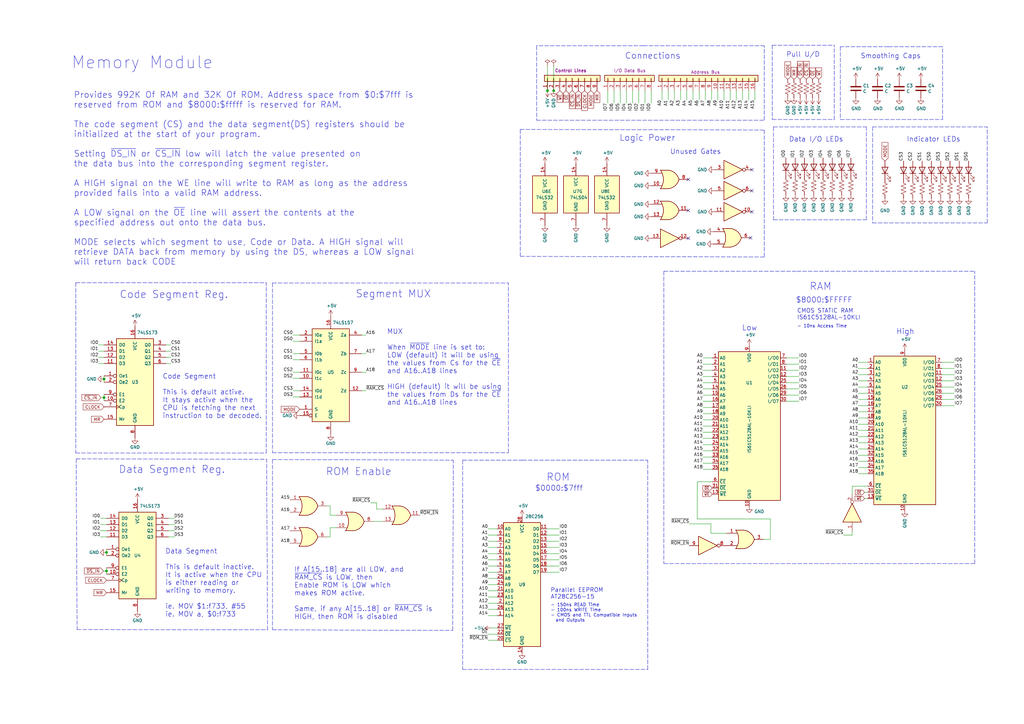
<source format=kicad_sch>
(kicad_sch (version 20211123) (generator eeschema)
  (paper "A3")
  (title_block (title "Memory Module") (date "2021-12-02") (rev "3"))
  (junction (at 224.536 37.211))
  (junction (at 43.688 234.188))
  (junction (at 42.672 163.068))
  (junction (at 42.672 155.448))
  (junction (at 43.688 226.568))
  (junction (at 227.076 37.211))
  (no_connect (at 308.356 69.596))
  (no_connect (at 282.2956 86.3092))
  (no_connect (at 282.2956 73.6092))
  (no_connect (at 308.356 86.868))
  (no_connect (at 308.356 78.232))
  (no_connect (at 282.2956 97.7392))
  (no_connect (at 307.848 97.536))
  (wire (pts (xy 42.672 155.448) (xy 42.672 156.718)))
  (wire (pts (xy 352.044 189.23) (xy 355.854 189.23)))
  (wire (pts (xy 386.334 166.37) (xy 391.414 166.37)))
  (wire (pts (xy 200.152 252.476) (xy 203.962 252.476)))
  (wire (pts (xy 40.386 149.098) (xy 42.672 149.098)))
  (polyline (pts (xy 208.534 185.674) (xy 208.534 116.078)))
  (polyline (pts (xy 263.906 18.796) (xy 313.436 18.796)))
  (wire (pts (xy 135.382 216.408) (xy 137.922 216.408)))
  (wire (pts (xy 352.044 179.07) (xy 355.854 179.07)))
  (wire (pts (xy 281.686 41.021) (xy 281.686 37.211)))
  (wire (pts (xy 120.142 160.274) (xy 122.936 160.274)))
  (polyline (pts (xy 364.363 19.177) (xy 386.588 19.177)))
  (polyline (pts (xy 31.115 185.801) (xy 109.22 185.801)))
  (wire (pts (xy 322.58 154.432) (xy 327.66 154.432)))
  (polyline (pts (xy 326.898 111.252) (xy 399.796 111.252)))
  (wire (pts (xy 200.152 247.396) (xy 203.962 247.396)))
  (wire (pts (xy 286.766 41.021) (xy 286.766 37.211)))
  (wire (pts (xy 200.152 216.916) (xy 203.962 216.916)))
  (wire (pts (xy 224.282 221.996) (xy 229.362 221.996)))
  (wire (pts (xy 151.892 206.248) (xy 154.432 206.248)))
  (wire (pts (xy 354.584 204.47) (xy 355.854 204.47)))
  (wire (pts (xy 304.546 41.021) (xy 304.546 37.211)))
  (wire (pts (xy 120.142 139.954) (xy 122.936 139.954)))
  (polyline (pts (xy 357.886 91.44) (xy 404.876 91.44)))
  (wire (pts (xy 288.29 146.812) (xy 292.1 146.812)))
  (polyline (pts (xy 220.091 18.796) (xy 220.091 49.276)))
  (wire (pts (xy 386.334 161.29) (xy 391.414 161.29)))
  (wire (pts (xy 284.226 41.021) (xy 284.226 37.211)))
  (wire (pts (xy 120.142 145.034) (xy 122.936 145.034)))
  (wire (pts (xy 148.336 152.654) (xy 150.114 152.654)))
  (polyline (pts (xy 317.246 52.07) (xy 355.346 52.07)))
  (wire (pts (xy 352.044 194.31) (xy 355.854 194.31)))
  (wire (pts (xy 288.29 149.352) (xy 292.1 149.352)))
  (wire (pts (xy 224.282 227.076) (xy 229.362 227.076)))
  (wire (pts (xy 154.432 208.788) (xy 156.972 208.788)))
  (polyline (pts (xy 213.36 53.086) (xy 313.436 53.34)))
  (wire (pts (xy 200.152 229.616) (xy 203.962 229.616)))
  (wire (pts (xy 309.626 41.021) (xy 309.626 37.211)))
  (wire (pts (xy 200.152 219.456) (xy 203.962 219.456)))
  (wire (pts (xy 288.29 192.532) (xy 292.1 192.532)))
  (wire (pts (xy 68.072 149.098) (xy 70.104 149.098)))
  (wire (pts (xy 386.334 158.75) (xy 391.414 158.75)))
  (wire (pts (xy 282.702 214.884) (xy 291.592 214.884)))
  (polyline (pts (xy 316.738 49.022) (xy 342.138 49.022)))
  (wire (pts (xy 352.044 161.29) (xy 355.854 161.29)))
  (polyline (pts (xy 111.76 188.468) (xy 111.76 258.318)))
  (wire (pts (xy 154.432 206.248) (xy 154.432 208.788)))
  (wire (pts (xy 134.112 220.218) (xy 135.382 220.218)))
  (polyline (pts (xy 317.246 52.07) (xy 317.246 90.17)))
  (wire (pts (xy 120.142 147.574) (xy 122.936 147.574)))
  (wire (pts (xy 345.948 219.456) (xy 349.504 219.456)))
  (polyline (pts (xy 404.876 91.44) (xy 404.876 52.07)))
  (polyline (pts (xy 109.22 185.801) (xy 109.22 115.951)))
  (wire (pts (xy 352.044 176.53) (xy 355.854 176.53)))
  (polyline (pts (xy 386.588 49.022) (xy 386.588 19.177)))
  (wire (pts (xy 200.152 221.996) (xy 203.962 221.996)))
  (wire (pts (xy 274.066 41.021) (xy 274.066 37.211)))
  (wire (pts (xy 276.606 41.021) (xy 276.606 37.211)))
  (wire (pts (xy 134.112 207.518) (xy 135.382 207.518)))
  (polyline (pts (xy 313.436 49.276) (xy 313.436 18.796)))
  (wire (pts (xy 200.152 232.156) (xy 203.962 232.156)))
  (wire (pts (xy 69.088 212.598) (xy 71.628 212.598)))
  (wire (pts (xy 322.58 146.812) (xy 327.66 146.812)))
  (wire (pts (xy 224.282 232.156) (xy 229.362 232.156)))
  (wire (pts (xy 200.152 234.696) (xy 203.962 234.696)))
  (wire (pts (xy 352.044 168.91) (xy 355.854 168.91)))
  (polyline (pts (xy 399.796 231.14) (xy 399.796 111.252)))
  (wire (pts (xy 288.29 156.972) (xy 292.1 156.972)))
  (polyline (pts (xy 316.738 18.542) (xy 342.138 18.542)))
  (wire (pts (xy 264.541 37.211) (xy 264.541 42.291)))
  (polyline (pts (xy 185.674 258.572) (xy 185.928 188.722)))
  (wire (pts (xy 200.152 242.316) (xy 203.962 242.316)))
  (wire (pts (xy 352.044 186.69) (xy 355.854 186.69)))
  (wire (pts (xy 156.972 213.868) (xy 153.162 213.868)))
  (wire (pts (xy 322.58 164.592) (xy 327.66 164.592)))
  (polyline (pts (xy 109.728 258.318) (xy 109.347 188.341)))
  (wire (pts (xy 352.044 184.15) (xy 355.854 184.15)))
  (polyline (pts (xy 31.115 115.951) (xy 109.22 115.951)))
  (wire (pts (xy 291.592 214.884) (xy 291.592 218.694)))
  (polyline (pts (xy 272.288 111.252) (xy 326.644 111.252)))
  (wire (pts (xy 42.672 161.798) (xy 42.672 163.068)))
  (wire (pts (xy 352.044 151.13) (xy 355.854 151.13)))
  (wire (pts (xy 43.688 234.188) (xy 43.688 235.458)))
  (wire (pts (xy 288.29 189.992) (xy 292.1 189.992)))
  (wire (pts (xy 41.148 212.598) (xy 43.688 212.598)))
  (wire (pts (xy 69.088 215.138) (xy 71.628 215.138)))
  (wire (pts (xy 68.072 146.558) (xy 70.104 146.558)))
  (polyline (pts (xy 31.115 115.951) (xy 31.115 185.801)))
  (wire (pts (xy 349.504 199.39) (xy 355.854 199.39)))
  (wire (pts (xy 322.58 149.352) (xy 327.66 149.352)))
  (polyline (pts (xy 214.376 188.722) (xy 265.684 188.722)))
  (wire (pts (xy 352.044 171.45) (xy 355.854 171.45)))
  (wire (pts (xy 313.182 221.234) (xy 315.976 221.234)))
  (wire (pts (xy 41.148 217.678) (xy 43.688 217.678)))
  (polyline (pts (xy 313.436 105.41) (xy 213.36 105.156)))
  (wire (pts (xy 286.004 212.852) (xy 315.976 212.852)))
  (wire (pts (xy 200.152 224.536) (xy 203.962 224.536)))
  (wire (pts (xy 349.504 202.692) (xy 349.504 199.39)))
  (wire (pts (xy 200.152 244.856) (xy 203.962 244.856)))
  (wire (pts (xy 256.921 37.211) (xy 256.921 42.291)))
  (wire (pts (xy 322.58 151.892) (xy 327.66 151.892)))
  (wire (pts (xy 148.336 137.414) (xy 150.114 137.414)))
  (polyline (pts (xy 220.091 49.276) (xy 313.436 49.276)))
  (wire (pts (xy 224.282 224.536) (xy 229.362 224.536)))
  (wire (pts (xy 43.688 226.568) (xy 43.688 227.838)))
  (wire (pts (xy 41.148 215.138) (xy 43.688 215.138)))
  (polyline (pts (xy 344.678 49.022) (xy 386.588 49.022)))
  (wire (pts (xy 352.044 166.37) (xy 355.854 166.37)))
  (wire (pts (xy 249.301 37.211) (xy 249.301 42.291)))
  (wire (pts (xy 352.044 181.61) (xy 355.854 181.61)))
  (polyline (pts (xy 342.138 49.022) (xy 342.138 18.542)))
  (wire (pts (xy 292.1 197.612) (xy 286.004 197.612)))
  (wire (pts (xy 135.382 207.518) (xy 135.382 211.328)))
  (wire (pts (xy 288.29 154.432) (xy 292.1 154.432)))
  (wire (pts (xy 254.381 37.211) (xy 254.381 42.291)))
  (wire (pts (xy 352.044 156.21) (xy 355.854 156.21)))
  (polyline (pts (xy 357.886 52.07) (xy 404.876 52.07)))
  (wire (pts (xy 386.334 153.67) (xy 391.414 153.67)))
  (wire (pts (xy 386.334 156.21) (xy 391.414 156.21)))
  (wire (pts (xy 288.29 164.592) (xy 292.1 164.592)))
  (wire (pts (xy 288.29 167.132) (xy 292.1 167.132)))
  (wire (pts (xy 307.086 41.021) (xy 307.086 37.211)))
  (polyline (pts (xy 31.242 188.214) (xy 31.623 258.191)))
  (wire (pts (xy 288.29 162.052) (xy 292.1 162.052)))
  (wire (pts (xy 386.334 163.83) (xy 391.414 163.83)))
  (wire (pts (xy 296.926 41.021) (xy 296.926 37.211)))
  (wire (pts (xy 200.152 262.636) (xy 203.962 262.636)))
  (wire (pts (xy 224.282 234.696) (xy 229.362 234.696)))
  (wire (pts (xy 354.584 201.93) (xy 355.854 201.93)))
  (polyline (pts (xy 263.906 18.796) (xy 220.091 18.796)))
  (polyline (pts (xy 213.36 105.156) (xy 213.36 53.086)))
  (wire (pts (xy 294.386 41.021) (xy 294.386 37.211)))
  (wire (pts (xy 251.841 37.211) (xy 251.841 42.291)))
  (polyline (pts (xy 317.246 90.17) (xy 355.346 90.17)))
  (wire (pts (xy 200.152 227.076) (xy 203.962 227.076)))
  (wire (pts (xy 271.526 41.021) (xy 271.526 37.211)))
  (polyline (pts (xy 111.76 116.078) (xy 111.76 185.674)))
  (wire (pts (xy 291.846 41.021) (xy 291.846 37.211)))
  (polyline (pts (xy 111.76 116.078) (xy 208.534 116.078)))
  (wire (pts (xy 40.386 141.478) (xy 42.672 141.478)))
  (polyline (pts (xy 189.738 274.574) (xy 265.684 274.574)))
  (wire (pts (xy 40.386 144.018) (xy 42.672 144.018)))
  (wire (pts (xy 42.672 154.178) (xy 42.672 155.448)))
  (wire (pts (xy 288.29 169.672) (xy 292.1 169.672)))
  (wire (pts (xy 291.592 218.694) (xy 297.942 218.694)))
  (wire (pts (xy 352.044 191.77) (xy 355.854 191.77)))
  (polyline (pts (xy 313.436 53.34) (xy 313.436 105.41)))
  (polyline (pts (xy 31.623 258.191) (xy 109.728 258.318)))
  (wire (pts (xy 259.461 37.211) (xy 259.461 42.291)))
  (wire (pts (xy 201.422 257.556) (xy 203.962 257.556)))
  (wire (pts (xy 349.504 219.456) (xy 349.504 217.932)))
  (wire (pts (xy 148.336 160.274) (xy 150.114 160.274)))
  (wire (pts (xy 43.688 232.918) (xy 43.688 234.188)))
  (wire (pts (xy 288.29 179.832) (xy 292.1 179.832)))
  (wire (pts (xy 69.088 217.678) (xy 71.628 217.678)))
  (polyline (pts (xy 214.376 188.722) (xy 189.738 188.722)))
  (wire (pts (xy 68.072 141.478) (xy 70.104 141.478)))
  (wire (pts (xy 352.044 173.99) (xy 355.854 173.99)))
  (polyline (pts (xy 111.76 185.674) (xy 208.534 185.674)))
  (wire (pts (xy 224.282 219.456) (xy 229.362 219.456)))
  (wire (pts (xy 386.334 148.59) (xy 391.414 148.59)))
  (wire (pts (xy 42.418 234.188) (xy 43.688 234.188)))
  (wire (pts (xy 200.152 260.096) (xy 203.962 260.096)))
  (wire (pts (xy 41.148 220.218) (xy 43.688 220.218)))
  (wire (pts (xy 352.044 153.67) (xy 355.854 153.67)))
  (wire (pts (xy 352.044 148.59) (xy 355.854 148.59)))
  (wire (pts (xy 224.536 27.051) (xy 224.536 37.211)))
  (wire (pts (xy 200.152 249.936) (xy 203.962 249.936)))
  (polyline (pts (xy 316.738 18.542) (xy 316.738 49.022)))
  (wire (pts (xy 288.29 182.372) (xy 292.1 182.372)))
  (polyline (pts (xy 265.684 274.574) (xy 265.684 188.722)))
  (wire (pts (xy 148.336 145.034) (xy 150.114 145.034)))
  (polyline (pts (xy 111.76 188.468) (xy 185.928 188.722)))
  (wire (pts (xy 200.152 239.776) (xy 203.962 239.776)))
  (polyline (pts (xy 31.242 188.214) (xy 109.347 188.341)))
  (wire (pts (xy 262.001 37.211) (xy 262.001 42.291)))
  (wire (pts (xy 289.306 41.021) (xy 289.306 37.211)))
  (wire (pts (xy 120.142 152.654) (xy 122.936 152.654)))
  (wire (pts (xy 288.29 187.452) (xy 292.1 187.452)))
  (wire (pts (xy 135.382 220.218) (xy 135.382 216.408)))
  (wire (pts (xy 322.58 159.512) (xy 327.66 159.512)))
  (wire (pts (xy 352.044 158.75) (xy 355.854 158.75)))
  (wire (pts (xy 43.688 225.298) (xy 43.688 226.568)))
  (wire (pts (xy 288.29 177.292) (xy 292.1 177.292)))
  (polyline (pts (xy 355.346 90.17) (xy 355.346 52.07)))
  (wire (pts (xy 352.044 163.83) (xy 355.854 163.83)))
  (wire (pts (xy 42.672 163.068) (xy 42.672 164.338)))
  (wire (pts (xy 40.386 146.558) (xy 42.672 146.558)))
  (wire (pts (xy 322.58 162.052) (xy 327.66 162.052)))
  (wire (pts (xy 120.142 137.414) (xy 122.936 137.414)))
  (wire (pts (xy 227.076 27.051) (xy 227.076 37.211)))
  (wire (pts (xy 322.58 156.972) (xy 327.66 156.972)))
  (wire (pts (xy 288.29 172.212) (xy 292.1 172.212)))
  (wire (pts (xy 68.072 144.018) (xy 70.104 144.018)))
  (wire (pts (xy 120.142 155.194) (xy 122.936 155.194)))
  (wire (pts (xy 200.152 237.236) (xy 203.962 237.236)))
  (wire (pts (xy 299.466 41.021) (xy 299.466 37.211)))
  (wire (pts (xy 120.142 162.814) (xy 122.936 162.814)))
  (wire (pts (xy 302.006 41.021) (xy 302.006 37.211)))
  (wire (pts (xy 288.29 151.892) (xy 292.1 151.892)))
  (wire (pts (xy 41.402 163.068) (xy 42.672 163.068)))
  (wire (pts (xy 286.004 197.612) (xy 286.004 212.852)))
  (wire (pts (xy 279.146 41.021) (xy 279.146 37.211)))
  (wire (pts (xy 386.334 151.13) (xy 391.414 151.13)))
  (polyline (pts (xy 111.76 258.318) (xy 185.674 258.572)))
  (wire (pts (xy 288.29 159.512) (xy 292.1 159.512)))
  (wire (pts (xy 224.282 216.916) (xy 229.362 216.916)))
  (polyline (pts (xy 272.288 231.14) (xy 399.796 231.14)))
  (wire (pts (xy 224.282 229.616) (xy 229.362 229.616)))
  (polyline (pts (xy 364.363 19.177) (xy 344.678 19.177)))
  (wire (pts (xy 315.976 212.852) (xy 315.976 221.234)))
  (polyline (pts (xy 344.678 19.177) (xy 344.678 49.022)))
  (polyline (pts (xy 189.738 188.722) (xy 189.738 274.574)))
  (wire (pts (xy 288.29 184.912) (xy 292.1 184.912)))
  (wire (pts (xy 135.382 211.328) (xy 137.922 211.328)))
  (wire (pts (xy 267.081 37.211) (xy 267.081 42.291)))
  (wire (pts (xy 69.088 220.218) (xy 71.628 220.218)))
  (polyline (pts (xy 357.886 52.07) (xy 357.886 91.44)))
  (wire (pts (xy 288.29 174.752) (xy 292.1 174.752)))
  (polyline (pts (xy 272.288 111.252) (xy 272.288 231.14)))
  (text "$8000:$FFFFF" (at 326.39 124.46 0) (effects (font (size 2.2 2.2)) (justify left bottom)))
  (text "High" (at 367.538 137.414 0) (effects (font (size 2.2 2.2)) (justify left bottom)))
  (text "Provides 992K Of RAM and 32K Of ROM. Address space from $0:$7fff is\nreserved from ROM and $8000:$fffff is reserved for RAM.\n\nThe code segment (CS) and the data segment(DS) registers should be \ninitialized at the start of your program.\n\nSetting ~{DS_IN} or ~{CS_IN} low will latch the value presented on\nthe data bus into the corresponding segment register.\n\nA HIGH signal on the WE line will write to RAM as long as the address\nprovided falls into a valid RAM address.\n\nA LOW signal on the ~{OE} line will assert the contents at the\nspecified address out onto the data bus.\n\nMODE selects which segment to use, Code or Data. A HIGH signal will \nretrieve DATA back from memory by using the DS, whereas a LOW signal\nwill return back CODE" (at 30.226 108.966 0) (effects (font (size 2.5 2.5)) (justify left bottom)))
  (text "Data I/O LEDs" (at 323.596 58.42 0) (effects (font (size 2.0066 2.0066)) (justify left bottom)))
  (text "Unused Gates" (at 274.828 63.5 0) (effects (font (size 2.0066 2.0066)) (justify left bottom)))
  (text "- 150ns READ Time\n- 100ns WRITE Time\n- CMOS and TTL Compatible Inputs\n  and Outputs" (at 225.806 255.27 0) (effects (font (size 1.3 1.3)) (justify left bottom)))
  (text "Connections" (at 256.286 24.511 0) (effects (font (size 2.5 2.5)) (justify left bottom)))
  (text "Parallel EEPROM\nAT28C256-15" (at 225.806 245.872 0) (effects (font (size 1.7 1.7)) (justify left bottom)))
  (text "Memory Module" (at 29.21 28.702 0) (effects (font (size 5 5)) (justify left bottom)))
  (text "Logic Power" (at 254 58.166 0) (effects (font (size 2.5 2.5)) (justify left bottom)))
  (text "Smoothing Caps" (at 352.933 24.257 0) (effects (font (size 2.0066 2.0066)) (justify left bottom)))
  (text "CMOS STATIC RAM\nIS61C5128AL-10KLI" (at 326.898 131.318 0) (effects (font (size 1.7 1.7)) (justify left bottom)))
  (text "Low" (at 304.292 135.89 0) (effects (font (size 2.2 2.2)) (justify left bottom)))
  (text "If A[15..18] are all LOW, and\n~{RAM_CS} is LOW, then\nEnable ROM is LOW which \nmakes ROM active.\n\nSame, if any A[15..18] or ~{RAM_CS} is \nHIGH, then ROM is disabled" (at 120.65 254.254 0) (effects (font (size 2.0066 2.0066)) (justify left bottom)))
  (text "Code Segment Reg." (at 49.022 122.682 0) (effects (font (size 3 3)) (justify left bottom)))
  (text "Data Segment\n\nThis is default inactive.\nIt is active when the CPU\nis either reading or\nwriting to memory.\n\nie. MOV $1:f733, #55\nie. MOV a, $0:f733" (at 67.818 253.238 0) (effects (font (size 2.0066 2.0066)) (justify left bottom)))
  (text "ROM Enable" (at 133.604 195.326 0) (effects (font (size 2.9972 2.9972)) (justify left bottom)))
  (text "Segment MUX" (at 145.796 122.428 0) (effects (font (size 3 3)) (justify left bottom)))
  (text "Code Segment\n\nThis is default active.\nIt stays active when the\nCPU is fetching the next\ninstruction to be decoded." (at 66.675 171.831 0) (effects (font (size 2.0066 2.0066)) (justify left bottom)))
  (text "MUX\n\nWhen ~{MODE} line is set to:\nLOW (default) it will be using\nthe values from Cs for the ~{CE}\nand A16..A18 lines\n\nHIGH (default) it will be using\nthe values from Ds for the ~{CE}\nand A16..A18 lines" (at 158.75 166.37 0) (effects (font (size 2.0066 2.0066)) (justify left bottom)))
  (text "- 10ns Access Time" (at 326.898 134.62 0) (effects (font (size 1.3 1.3)) (justify left bottom)))
  (text "$0000:$7fff" (at 219.456 201.676 0) (effects (font (size 2.2 2.2)) (justify left bottom)))
  (text "Indicator LEDs" (at 371.856 58.42 0) (effects (font (size 2.0066 2.0066)) (justify left bottom)))
  (text "Data Segment Reg." (at 48.641 194.437 0) (effects (font (size 3 3)) (justify left bottom)))
  (text "ROM" (at 224.028 197.612 0) (effects (font (size 2.9972 2.9972)) (justify left bottom)))
  (text "RAM" (at 331.978 119.38 0) (effects (font (size 2.9972 2.9972)) (justify left bottom)))
  (text "Pull U/D" (at 322.453 23.622 0) (effects (font (size 2 2)) (justify left bottom)))
  (label "DS3" (at 120.142 162.814 180))
  (label "IO7" (at 348.996 64.77 90))
  (label "A12" (at 200.152 247.396 180))
  (label "IO5" (at 327.66 159.512 0))
  (label "A12" (at 352.044 179.07 180))
  (label "~{RAM_CS}" (at 150.114 160.274 0))
  (label "A12" (at 288.29 177.292 180))
  (label "A13" (at 288.29 179.832 180))
  (label "~{ROM_EN}" (at 200.152 262.636 180))
  (label "IO7" (at 391.414 166.37 0))
  (label "CS1" (at 378.206 66.04 90))
  (label "DS0" (at 71.374 212.598 0))
  (label "A8" (at 352.044 168.91 180))
  (label "IO3" (at 40.386 149.098 180))
  (label "A16" (at 288.29 187.452 180))
  (label "A6" (at 288.29 162.052 180))
  (label "A7" (at 200.152 234.696 180))
  (label "IO1" (at 391.414 151.13 0))
  (label "IO7" (at 249.301 42.291 270))
  (label "CS2" (at 120.142 152.654 180))
  (label "IO6" (at 251.841 42.291 270))
  (label "A15" (at 309.626 41.021 270))
  (label "A10" (at 352.044 173.99 180))
  (label "A2" (at 276.606 41.021 270))
  (label "DS1" (at 71.374 215.138 0))
  (label "CS1" (at 120.142 145.034 180))
  (label "A18" (at 118.872 222.758 180))
  (label "A0" (at 200.152 216.916 180))
  (label "A14" (at 352.044 184.15 180))
  (label "IO2" (at 229.362 221.996 0))
  (label "IO3" (at 391.414 156.21 0))
  (label "A4" (at 288.29 156.972 180))
  (label "A15" (at 288.29 184.912 180))
  (label "A16" (at 352.044 189.23 180))
  (label "A10" (at 296.926 41.021 270))
  (label "A0" (at 352.044 148.59 180))
  (label "~{RAM_CS}" (at 282.702 214.884 180))
  (label "IO2" (at 262.001 42.291 270))
  (label "A17" (at 352.044 191.77 180))
  (label "IO3" (at 333.756 64.77 90))
  (label "IO7" (at 327.66 164.592 0))
  (label "IO0" (at 327.66 146.812 0))
  (label "IO0" (at 40.386 141.478 180))
  (label "~{RAM_CS}" (at 151.892 206.248 180))
  (label "IO3" (at 41.148 220.218 180))
  (label "IO3" (at 259.461 42.291 270))
  (label "DS2" (at 120.142 155.194 180))
  (label "A3" (at 279.146 41.021 270))
  (label "CS3" (at 70.104 149.098 0))
  (label "A15" (at 118.872 204.978 180))
  (label "A16" (at 150.114 137.414 0))
  (label "IO4" (at 229.362 227.076 0))
  (label "A14" (at 200.152 252.476 180))
  (label "IO4" (at 391.414 158.75 0))
  (label "A9" (at 352.044 171.45 180))
  (label "A1" (at 200.152 219.456 180))
  (label "IO2" (at 329.946 64.77 90))
  (label "DS1" (at 393.446 66.04 90))
  (label "A11" (at 288.29 174.752 180))
  (label "~{ROM_EN}" (at 172.212 211.328 0))
  (label "CS2" (at 70.104 146.558 0))
  (label "IO5" (at 254.381 42.291 270))
  (label "IO2" (at 40.386 146.558 180))
  (label "A18" (at 150.114 152.654 0))
  (label "A0" (at 288.29 146.812 180))
  (label "A1" (at 274.066 41.021 270))
  (label "IO4" (at 256.921 42.291 270))
  (label "IO2" (at 41.148 217.678 180))
  (label "A9" (at 294.386 41.021 270))
  (label "A2" (at 352.044 153.67 180))
  (label "IO6" (at 327.66 162.052 0))
  (label "A5" (at 352.044 161.29 180))
  (label "DS1" (at 120.142 147.574 180))
  (label "IO7" (at 229.362 234.696 0))
  (label "IO6" (at 391.414 163.83 0))
  (label "A5" (at 284.226 41.021 270))
  (label "IO1" (at 327.66 149.352 0))
  (label "A12" (at 302.006 41.021 270))
  (label "IO6" (at 345.186 64.77 90))
  (label "DS0" (at 120.142 139.954 180))
  (label "A4" (at 352.044 158.75 180))
  (label "A6" (at 286.766 41.021 270))
  (label "IO0" (at 41.148 212.598 180))
  (label "CS0" (at 382.016 66.04 90))
  (label "~{OE}" (at 200.152 260.096 180))
  (label "CS1" (at 70.104 144.018 0))
  (label "A5" (at 288.29 159.512 180))
  (label "IO0" (at 322.326 64.77 90))
  (label "A10" (at 200.152 242.316 180))
  (label "A1" (at 352.044 151.13 180))
  (label "IO0" (at 229.362 216.916 0))
  (label "IO4" (at 327.66 156.972 0))
  (label "IO1" (at 326.136 64.77 90))
  (label "IO1" (at 264.541 42.291 270))
  (label "A13" (at 200.152 249.936 180))
  (label "A3" (at 200.152 224.536 180))
  (label "A6" (at 200.152 232.156 180))
  (label "A7" (at 289.306 41.021 270))
  (label "A5" (at 200.152 229.616 180))
  (label "A1" (at 288.29 149.352 180))
  (label "A11" (at 200.152 244.856 180))
  (label "~{RAM_CS}" (at 345.948 219.456 180))
  (label "A14" (at 288.29 182.372 180))
  (label "CS3" (at 120.142 160.274 180))
  (label "CS3" (at 370.586 66.04 90))
  (label "IO0" (at 267.081 42.291 270))
  (label "IO6" (at 229.362 232.156 0))
  (label "DS2" (at 389.636 66.04 90))
  (label "CS0" (at 70.104 141.478 0))
  (label "A3" (at 288.29 154.432 180))
  (label "IO3" (at 327.66 154.432 0))
  (label "A18" (at 288.29 192.532 180))
  (label "A0" (at 271.526 41.021 270))
  (label "A9" (at 200.152 239.776 180))
  (label "IO3" (at 229.362 224.536 0))
  (label "IO1" (at 40.386 144.018 180))
  (label "A17" (at 288.29 189.992 180))
  (label "A3" (at 352.044 156.21 180))
  (label "IO4" (at 337.566 64.77 90))
  (label "A8" (at 291.846 41.021 270))
  (label "A8" (at 288.29 167.132 180))
  (label "~{ROM_EN}" (at 282.702 223.774 180))
  (label "IO2" (at 327.66 151.892 0))
  (label "A18" (at 352.044 194.31 180))
  (label "DS3" (at 385.826 66.04 90))
  (label "A16" (at 118.872 210.058 180))
  (label "CS2" (at 374.396 66.04 90))
  (label "A13" (at 304.546 41.021 270))
  (label "A11" (at 352.044 176.53 180))
  (label "IO5" (at 341.376 64.77 90))
  (label "A7" (at 352.044 166.37 180))
  (label "A13" (at 352.044 181.61 180))
  (label "A8" (at 200.152 237.236 180))
  (label "IO1" (at 229.362 219.456 0))
  (label "IO2" (at 391.414 153.67 0))
  (label "A2" (at 288.29 151.892 180))
  (label "DS3" (at 71.374 220.218 0))
  (label "DS0" (at 397.256 66.04 90))
  (label "A4" (at 200.152 227.076 180))
  (label "A17" (at 150.114 145.034 0))
  (label "A6" (at 352.044 163.83 180))
  (label "DS2" (at 71.374 217.678 0))
  (label "A7" (at 288.29 164.592 180))
  (label "A14" (at 307.086 41.021 270))
  (label "IO0" (at 391.414 148.59 0))
  (label "A2" (at 200.152 221.996 180))
  (label "IO5" (at 391.414 161.29 0))
  (label "A4" (at 281.686 41.021 270))
  (label "IO5" (at 229.362 229.616 0))
  (label "A9" (at 288.29 169.672 180))
  (label "CS0" (at 120.142 137.414 180))
  (label "IO1" (at 41.148 215.138 180))
  (label "A10" (at 288.29 172.212 180))
  (label "A15" (at 352.044 186.69 180))
  (label "A11" (at 299.466 41.021 270))
  (label "A17" (at 118.872 217.678 180))
  (global_label "MR" (shape input) (at 244.856 37.211 270) (effects (font (size 1.2 1.2))) (property "Intersheet References" "${INTERSHEET_REFS}" (effects hide)))
  (global_label "CLOCK" (shape input) (at 43.688 237.998 180) (property "Intersheet References" "${INTERSHEET_REFS}" (effects hide)))
  (global_label "~{WE}" (shape input) (at 292.1 202.692 180) (effects (font (size 0.9906 0.9906))) (property "Intersheet References" "${INTERSHEET_REFS}" (effects hide)))
  (global_label "~{CS_IN}" (shape input) (at 41.402 163.068 180) (property "Intersheet References" "${INTERSHEET_REFS}" (effects hide)))
  (global_label "~{DS_IN}" (shape input) (at 328.168 32.512 90) (effects (font (size 1.2 1.2))) (property "Intersheet References" "${INTERSHEET_REFS}" (effects hide)))
  (global_label "~{DS_IN}" (shape input) (at 42.418 234.188 180) (property "Intersheet References" "${INTERSHEET_REFS}" (effects hide)))
  (global_label "MODE" (shape input) (at 122.936 167.894 180) (property "Intersheet References" "${INTERSHEET_REFS}" (effects hide)))
  (global_label "~{WE}" (shape input) (at 335.788 32.512 90) (effects (font (size 1.2 1.2))) (property "Intersheet References" "${INTERSHEET_REFS}" (effects hide)))
  (global_label "~{WE}" (shape input) (at 354.584 204.47 180) (effects (font (size 0.9906 0.9906))) (property "Intersheet References" "${INTERSHEET_REFS}" (effects hide)))
  (global_label "~{OE}" (shape input) (at 292.1 200.152 180) (effects (font (size 0.9906 0.9906))) (property "Intersheet References" "${INTERSHEET_REFS}" (effects hide)))
  (global_label "~{OE}" (shape input) (at 354.584 201.93 180) (effects (font (size 0.9906 0.9906))) (property "Intersheet References" "${INTERSHEET_REFS}" (effects hide)))
  (global_label "MR" (shape input) (at 43.688 243.078 180) (property "Intersheet References" "${INTERSHEET_REFS}" (effects hide)))
  (global_label "~{WE}" (shape input) (at 229.616 37.211 270) (effects (font (size 1.2 1.2))) (property "Intersheet References" "${INTERSHEET_REFS}" (effects hide)))
  (global_label "MR" (shape input) (at 325.628 32.512 90) (effects (font (size 1.2 1.2))) (property "Intersheet References" "${INTERSHEET_REFS}" (effects hide)))
  (global_label "MODE" (shape input) (at 323.088 32.512 90) (effects (font (size 1.2 1.2))) (property "Intersheet References" "${INTERSHEET_REFS}" (effects hide)))
  (global_label "~{CS_IN}" (shape input) (at 234.696 37.211 270) (effects (font (size 1.2 1.2))) (property "Intersheet References" "${INTERSHEET_REFS}" (effects hide)))
  (global_label "MR" (shape input) (at 42.672 171.958 180) (property "Intersheet References" "${INTERSHEET_REFS}" (effects hide)))
  (global_label "~{OE}" (shape input) (at 232.156 37.211 270) (effects (font (size 1.2 1.2))) (property "Intersheet References" "${INTERSHEET_REFS}" (effects hide)))
  (global_label "CLOCK" (shape input) (at 42.672 166.878 180) (property "Intersheet References" "${INTERSHEET_REFS}" (effects hide)))
  (global_label "MODE" (shape input) (at 242.316 37.211 270) (effects (font (size 1.2 1.2))) (property "Intersheet References" "${INTERSHEET_REFS}" (effects hide)))
  (global_label "CLOCK" (shape input) (at 239.776 37.211 270) (effects (font (size 1.2 1.2))) (property "Intersheet References" "${INTERSHEET_REFS}" (effects hide)))
  (global_label "~{DS_IN}" (shape input) (at 237.236 37.211 270) (effects (font (size 1.2 1.2))) (property "Intersheet References" "${INTERSHEET_REFS}" (effects hide)))
  (global_label "~{CS_IN}" (shape input) (at 330.708 32.512 90) (effects (font (size 1.2 1.2))) (property "Intersheet References" "${INTERSHEET_REFS}" (effects hide)))
  (global_label "MODE" (shape input) (at 362.966 66.04 90) (property "Intersheet References" "${INTERSHEET_REFS}" (effects hide)))
  (global_label "~{OE}" (shape input) (at 333.248 32.512 90) (effects (font (size 1.2 1.2))) (property "Intersheet References" "${INTERSHEET_REFS}" (effects hide)))
  (symbol (lib_id "power:+5V") (at 224.536 37.211 180) (unit 1)
    (property "Reference" "#PWR0104" (effects hide))
    (property "Value" "+5V" (at 224.536 42.291 90))
  )
  (symbol (lib_id "Connector_Generic:Conn_01x09") (at 234.696 32.131 90) (unit 1)
    (property "Reference" "J1" (effects hide))
    (property "Value" "Conn_01x09" (effects hide))
    (property "Footprint" "Connector_PinHeader_2.54mm:PinHeader_1x09_P2.54mm_Vertical" (effects hide))
    (property "L" "Control Lines" (at 234.061 28.956 90))
  )
  (symbol (lib_id "power:GND") (at 227.076 37.211 0) (unit 1)
    (property "Reference" "#PWR02" (effects hide))
    (property "Value" "GND" (at 227.076 42.291 90))
  )
  (symbol (lib_id "power:+5V") (at 351.028 32.512 0) (unit 1)
    (property "Reference" "#PWR03" (effects hide))
    (property "Value" "+5V" (at 351.409 28.1178 0))
  )
  (symbol (lib_id "power:GND") (at 351.028 40.132 0) (unit 1)
    (property "Reference" "#PWR012" (effects hide))
    (property "Value" "GND" (at 351.155 44.5262 0))
  )
  (symbol (lib_id "Connector_Generic:Conn_01x08") (at 256.921 32.131 90) (unit 1)
    (property "Reference" "J2" (effects hide))
    (property "Value" "Conn_01x08" (effects hide))
    (property "Footprint" "Connector_PinHeader_2.54mm:PinHeader_1x08_P2.54mm_Vertical" (effects hide))
    (property "L" "I/O Data Bus" (at 258.2926 28.956 90))
  )
  (symbol (lib_id "Connector_Generic:Conn_01x16") (at 289.306 32.131 90) (unit 1)
    (property "Reference" "J3" (effects hide))
    (property "Value" "Conn_01x16" (effects hide))
    (property "Footprint" "Connector_PinHeader_2.54mm:PinHeader_1x16_P2.54mm_Vertical" (effects hide))
    (property "L" "Address Bus" (at 289.306 29.591 90))
  )
  (symbol (lib_id "Memory_RAM:IS61C5128AL-10KLI") (at 307.34 174.752 0) (unit 1)
    (property "Reference" "U1" (at 307.34 156.972 0))
    (property "Value" "IS61C5128AL-10KLI" (at 307.34 176.022 90))
    (property "Footprint" "Package_SO:SOJ-36_10.16x23.49mm_P1.27mm" (effects hide))
    (property "Datasheet" "http://www.issi.com/WW/pdf/61-64C5128AL.pdf" (effects hide))
  )
  (symbol (lib_id "power:PWR_FLAG") (at 224.536 27.051 0) (unit 1)
    (property "Reference" "#FLG01" (effects hide))
    (property "Value" "PWR_FLAG" (effects hide))
  )
  (symbol (lib_id "power:PWR_FLAG") (at 227.076 27.051 0) (unit 1)
    (property "Reference" "#FLG02" (effects hide))
    (property "Value" "PWR_FLAG" (effects hide))
  )
  (symbol (lib_id "power:GND") (at 307.34 207.772 0) (unit 1)
    (property "Reference" "#PWR0106" (effects hide))
    (property "Value" "GND" (at 311.404 209.804 0))
  )
  (symbol (lib_id "power:+5V") (at 307.34 141.732 0) (unit 1)
    (property "Reference" "#PWR0105" (effects hide))
    (property "Value" "+5V" (at 307.721 137.3378 0))
  )
  (symbol (lib_id "74xx:74LS173") (at 55.372 156.718 0) (unit 1)
    (property "Reference" "U3" (at 55.372 156.718 0))
    (property "Value" "74LS173" (at 60.452 136.398 0))
    (property "Footprint" "Package_SO:TSSOP-16_4.4x5mm_P0.65mm" (effects hide))
    (property "Datasheet" "http://www.ti.com/lit/gpn/sn74LS173" (effects hide))
  )
  (symbol (lib_id "power:+5V") (at 55.372 133.858 0) (unit 1)
    (property "Reference" "#PWR07" (effects hide))
    (property "Value" "+5V" (at 55.753 129.4638 0))
  )
  (symbol (lib_id "power:GND") (at 55.372 179.578 0) (unit 1)
    (property "Reference" "#PWR08" (effects hide))
    (property "Value" "GND" (at 55.372 183.388 0))
  )
  (symbol (lib_id "74xx:74LS173") (at 56.388 227.838 0) (unit 1)
    (property "Reference" "U4" (at 56.388 227.838 0))
    (property "Value" "74LS173" (at 61.468 207.518 0))
    (property "Footprint" "Package_SO:TSSOP-16_4.4x5mm_P0.65mm" (effects hide))
    (property "Datasheet" "http://www.ti.com/lit/gpn/sn74LS173" (effects hide))
  )
  (symbol (lib_id "power:+5V") (at 56.388 204.978 0) (unit 1)
    (property "Reference" "#PWR09" (effects hide))
    (property "Value" "+5V" (at 56.769 200.5838 0))
  )
  (symbol (lib_id "power:GND") (at 56.388 250.698 0) (unit 1)
    (property "Reference" "#PWR010" (effects hide))
    (property "Value" "GND" (at 56.388 254.508 0))
  )
  (symbol (lib_id "74xx:74LS157") (at 135.636 152.654 0) (unit 1)
    (property "Reference" "U5" (at 135.636 152.654 0))
    (property "Value" "74LS157" (at 140.716 132.334 0))
    (property "Footprint" "Package_SO:TSSOP-16_4.4x5mm_P0.65mm" (effects hide))
    (property "Datasheet" "http://www.ti.com/lit/gpn/sn74LS157" (effects hide))
  )
  (symbol (lib_id "Device:LED") (at 322.326 68.58 90) (unit 1)
    (property "Reference" "D1" (effects hide))
    (property "Value" "LED" (effects hide))
    (property "Footprint" "LED_SMD:LED_0805_2012Metric" (effects hide))
  )
  (symbol (lib_id "Device:R_US") (at 322.326 76.2 0) (unit 1)
    (property "Reference" "R1" (effects hide))
    (property "Value" "R_US" (effects hide))
    (property "Footprint" "Resistor_SMD:R_0805_2012Metric" (effects hide))
  )
  (symbol (lib_id "power:GND") (at 322.326 80.01 0) (unit 1)
    (property "Reference" "#PWR0101" (effects hide))
    (property "Value" "GND" (at 322.326 85.09 90))
  )
  (symbol (lib_id "Device:LED") (at 326.136 68.58 90) (unit 1)
    (property "Reference" "D2" (effects hide))
    (property "Value" "LED" (effects hide))
    (property "Footprint" "LED_SMD:LED_0805_2012Metric" (effects hide))
  )
  (symbol (lib_id "Device:R_US") (at 326.136 76.2 0) (unit 1)
    (property "Reference" "R2" (effects hide))
    (property "Value" "R_US" (effects hide))
    (property "Footprint" "Resistor_SMD:R_0805_2012Metric" (effects hide))
  )
  (symbol (lib_id "power:GND") (at 326.136 80.01 0) (unit 1)
    (property "Reference" "#PWR0102" (effects hide))
    (property "Value" "GND" (at 326.136 85.09 90))
  )
  (symbol (lib_id "Device:LED") (at 329.946 68.58 90) (unit 1)
    (property "Reference" "D3" (effects hide))
    (property "Value" "LED" (effects hide))
    (property "Footprint" "LED_SMD:LED_0805_2012Metric" (effects hide))
  )
  (symbol (lib_id "Device:R_US") (at 329.946 76.2 0) (unit 1)
    (property "Reference" "R3" (effects hide))
    (property "Value" "R_US" (effects hide))
    (property "Footprint" "Resistor_SMD:R_0805_2012Metric" (effects hide))
  )
  (symbol (lib_id "power:GND") (at 329.946 80.01 0) (unit 1)
    (property "Reference" "#PWR0103" (effects hide))
    (property "Value" "GND" (at 329.946 85.09 90))
  )
  (symbol (lib_id "Device:LED") (at 333.756 68.58 90) (unit 1)
    (property "Reference" "D4" (effects hide))
    (property "Value" "LED" (effects hide))
    (property "Footprint" "LED_SMD:LED_0805_2012Metric" (effects hide))
  )
  (symbol (lib_id "Device:R_US") (at 333.756 76.2 0) (unit 1)
    (property "Reference" "R4" (effects hide))
    (property "Value" "R_US" (effects hide))
    (property "Footprint" "Resistor_SMD:R_0805_2012Metric" (effects hide))
  )
  (symbol (lib_id "power:GND") (at 333.756 80.01 0) (unit 1)
    (property "Reference" "#PWR0108" (effects hide))
    (property "Value" "GND" (at 333.756 85.09 90))
  )
  (symbol (lib_id "Device:LED") (at 337.566 68.58 90) (unit 1)
    (property "Reference" "D5" (effects hide))
    (property "Value" "LED" (effects hide))
    (property "Footprint" "LED_SMD:LED_0805_2012Metric" (effects hide))
  )
  (symbol (lib_id "Device:R_US") (at 337.566 76.2 0) (unit 1)
    (property "Reference" "R5" (effects hide))
    (property "Value" "R_US" (effects hide))
    (property "Footprint" "Resistor_SMD:R_0805_2012Metric" (effects hide))
  )
  (symbol (lib_id "power:GND") (at 337.566 80.01 0) (unit 1)
    (property "Reference" "#PWR0109" (effects hide))
    (property "Value" "GND" (at 337.566 85.09 90))
  )
  (symbol (lib_id "Device:LED") (at 341.376 68.58 90) (unit 1)
    (property "Reference" "D6" (effects hide))
    (property "Value" "LED" (effects hide))
    (property "Footprint" "LED_SMD:LED_0805_2012Metric" (effects hide))
  )
  (symbol (lib_id "Device:R_US") (at 341.376 76.2 0) (unit 1)
    (property "Reference" "R6" (effects hide))
    (property "Value" "R_US" (effects hide))
    (property "Footprint" "Resistor_SMD:R_0805_2012Metric" (effects hide))
  )
  (symbol (lib_id "power:GND") (at 341.376 80.01 0) (unit 1)
    (property "Reference" "#PWR0110" (effects hide))
    (property "Value" "GND" (at 341.376 85.09 90))
  )
  (symbol (lib_id "Device:LED") (at 345.186 68.58 90) (unit 1)
    (property "Reference" "D7" (effects hide))
    (property "Value" "LED" (effects hide))
    (property "Footprint" "LED_SMD:LED_0805_2012Metric" (effects hide))
  )
  (symbol (lib_id "Device:R_US") (at 345.186 76.2 0) (unit 1)
    (property "Reference" "R7" (effects hide))
    (property "Value" "R_US" (effects hide))
    (property "Footprint" "Resistor_SMD:R_0805_2012Metric" (effects hide))
  )
  (symbol (lib_id "power:GND") (at 345.186 80.01 0) (unit 1)
    (property "Reference" "#PWR0111" (effects hide))
    (property "Value" "GND" (at 345.186 85.09 90))
  )
  (symbol (lib_id "Device:LED") (at 348.996 68.58 90) (unit 1)
    (property "Reference" "D8" (effects hide))
    (property "Value" "LED" (effects hide))
    (property "Footprint" "LED_SMD:LED_0805_2012Metric" (effects hide))
  )
  (symbol (lib_id "Device:R_US") (at 348.996 76.2 0) (unit 1)
    (property "Reference" "R8" (effects hide))
    (property "Value" "R_US" (effects hide))
    (property "Footprint" "Resistor_SMD:R_0805_2012Metric" (effects hide))
  )
  (symbol (lib_id "power:GND") (at 348.996 80.01 0) (unit 1)
    (property "Reference" "#PWR0112" (effects hide))
    (property "Value" "GND" (at 348.996 85.09 90))
  )
  (symbol (lib_id "Device:C") (at 351.028 36.322 0) (unit 1)
    (property "Reference" "C1" (at 353.949 35.1536 0) (effects (justify left)))
    (property "Value" "C" (at 353.949 37.465 0) (effects (justify left)))
    (property "Footprint" "Capacitor_SMD:C_0805_2012Metric" (effects hide))
  )
  (symbol (lib_id "power:+5V") (at 359.918 32.512 0) (unit 1)
    (property "Reference" "#PWR06" (effects hide))
    (property "Value" "+5V" (at 360.299 28.1178 0))
  )
  (symbol (lib_id "power:GND") (at 359.918 40.132 0) (unit 1)
    (property "Reference" "#PWR011" (effects hide))
    (property "Value" "GND" (at 360.045 44.5262 0))
  )
  (symbol (lib_id "Device:C") (at 359.918 36.322 0) (unit 1)
    (property "Reference" "C2" (at 362.839 35.1536 0) (effects (justify left)))
    (property "Value" "C" (at 362.839 37.465 0) (effects (justify left)))
    (property "Footprint" "Capacitor_SMD:C_0805_2012Metric" (effects hide))
  )
  (symbol (lib_id "power:+5V") (at 368.808 32.512 0) (unit 1)
    (property "Reference" "#PWR013" (effects hide))
    (property "Value" "+5V" (at 369.189 28.1178 0))
  )
  (symbol (lib_id "power:GND") (at 368.808 40.132 0) (unit 1)
    (property "Reference" "#PWR014" (effects hide))
    (property "Value" "GND" (at 368.935 44.5262 0))
  )
  (symbol (lib_id "Device:C") (at 368.808 36.322 0) (unit 1)
    (property "Reference" "C3" (at 371.729 35.1536 0) (effects (justify left)))
    (property "Value" "C" (at 371.729 37.465 0) (effects (justify left)))
    (property "Footprint" "Capacitor_SMD:C_0805_2012Metric" (effects hide))
  )
  (symbol (lib_id "power:+5V") (at 377.698 32.512 0) (unit 1)
    (property "Reference" "#PWR015" (effects hide))
    (property "Value" "+5V" (at 378.079 28.1178 0))
  )
  (symbol (lib_id "power:GND") (at 377.698 40.132 0) (unit 1)
    (property "Reference" "#PWR016" (effects hide))
    (property "Value" "GND" (at 377.825 44.5262 0))
  )
  (symbol (lib_id "Device:C") (at 377.698 36.322 0) (unit 1)
    (property "Reference" "C4" (at 380.619 35.1536 0) (effects (justify left)))
    (property "Value" "C" (at 380.619 37.465 0) (effects (justify left)))
    (property "Footprint" "Capacitor_SMD:C_0805_2012Metric" (effects hide))
  )
  (symbol (lib_id "power:+5V") (at 135.636 129.794 0) (unit 1)
    (property "Reference" "#PWR0113" (effects hide))
    (property "Value" "+5V" (at 136.017 125.3998 0))
  )
  (symbol (lib_id "power:GND") (at 135.636 178.054 0) (unit 1)
    (property "Reference" "#PWR0114" (effects hide))
    (property "Value" "GND" (at 135.636 181.864 0))
  )
  (symbol (lib_id "power:GND") (at 43.688 226.568 270) (unit 1)
    (property "Reference" "#PWR0117" (effects hide))
    (property "Value" "GND" (at 38.608 226.568 90))
  )
  (symbol (lib_id "power:GND") (at 42.672 155.448 270) (unit 1)
    (property "Reference" "#PWR0118" (effects hide))
    (property "Value" "GND" (at 37.592 155.448 90))
  )
  (symbol (lib_id "power:GND") (at 122.936 170.434 270) (unit 1)
    (property "Reference" "#PWR0119" (effects hide))
    (property "Value" "GND" (at 117.856 170.434 90))
  )
  (symbol (lib_id "Device:LED") (at 362.966 69.85 90) (unit 1)
    (property "Reference" "D9" (effects hide))
    (property "Value" "LED" (effects hide))
    (property "Footprint" "LED_SMD:LED_0805_2012Metric" (effects hide))
  )
  (symbol (lib_id "Device:R_US") (at 362.966 77.47 0) (unit 1)
    (property "Reference" "R9" (effects hide))
    (property "Value" "R_US" (effects hide))
    (property "Footprint" "Resistor_SMD:R_0805_2012Metric" (effects hide))
  )
  (symbol (lib_id "power:GND") (at 362.966 81.28 0) (unit 1)
    (property "Reference" "#PWR01" (effects hide))
    (property "Value" "GND" (at 362.966 86.36 0))
  )
  (symbol (lib_id "Device:LED") (at 374.396 69.85 90) (unit 1)
    (property "Reference" "D11" (effects hide))
    (property "Value" "LED" (effects hide))
    (property "Footprint" "LED_SMD:LED_0805_2012Metric" (effects hide))
  )
  (symbol (lib_id "Device:R_US") (at 374.396 77.47 0) (unit 1)
    (property "Reference" "R11" (effects hide))
    (property "Value" "R_US" (effects hide))
    (property "Footprint" "Resistor_SMD:R_0805_2012Metric" (effects hide))
  )
  (symbol (lib_id "power:GND") (at 374.396 81.28 0) (unit 1)
    (property "Reference" "#PWR018" (effects hide))
    (property "Value" "GND" (at 374.396 86.36 90))
  )
  (symbol (lib_id "Device:LED") (at 378.206 69.85 90) (unit 1)
    (property "Reference" "D12" (effects hide))
    (property "Value" "LED" (effects hide))
    (property "Footprint" "LED_SMD:LED_0805_2012Metric" (effects hide))
  )
  (symbol (lib_id "Device:R_US") (at 378.206 77.47 0) (unit 1)
    (property "Reference" "R12" (effects hide))
    (property "Value" "R_US" (effects hide))
    (property "Footprint" "Resistor_SMD:R_0805_2012Metric" (effects hide))
  )
  (symbol (lib_id "power:GND") (at 378.206 81.28 0) (unit 1)
    (property "Reference" "#PWR019" (effects hide))
    (property "Value" "GND" (at 378.206 86.36 90))
  )
  (symbol (lib_id "Device:LED") (at 382.016 69.85 90) (unit 1)
    (property "Reference" "D13" (effects hide))
    (property "Value" "LED" (effects hide))
    (property "Footprint" "LED_SMD:LED_0805_2012Metric" (effects hide))
  )
  (symbol (lib_id "Device:R_US") (at 382.016 77.47 0) (unit 1)
    (property "Reference" "R13" (effects hide))
    (property "Value" "R_US" (effects hide))
    (property "Footprint" "Resistor_SMD:R_0805_2012Metric" (effects hide))
  )
  (symbol (lib_id "power:GND") (at 382.016 81.28 0) (unit 1)
    (property "Reference" "#PWR020" (effects hide))
    (property "Value" "GND" (at 382.016 86.36 90))
  )
  (symbol (lib_id "Device:LED") (at 389.636 69.85 90) (unit 1)
    (property "Reference" "D14" (effects hide))
    (property "Value" "LED" (effects hide))
    (property "Footprint" "LED_SMD:LED_0805_2012Metric" (effects hide))
  )
  (symbol (lib_id "Device:R_US") (at 389.636 77.47 0) (unit 1)
    (property "Reference" "R14" (effects hide))
    (property "Value" "R_US" (effects hide))
    (property "Footprint" "Resistor_SMD:R_0805_2012Metric" (effects hide))
  )
  (symbol (lib_id "power:GND") (at 389.636 81.28 0) (unit 1)
    (property "Reference" "#PWR021" (effects hide))
    (property "Value" "GND" (at 389.636 86.36 90))
  )
  (symbol (lib_id "Device:LED") (at 393.446 69.85 90) (unit 1)
    (property "Reference" "D15" (effects hide))
    (property "Value" "LED" (effects hide))
    (property "Footprint" "LED_SMD:LED_0805_2012Metric" (effects hide))
  )
  (symbol (lib_id "Device:R_US") (at 393.446 77.47 0) (unit 1)
    (property "Reference" "R15" (effects hide))
    (property "Value" "R_US" (effects hide))
    (property "Footprint" "Resistor_SMD:R_0805_2012Metric" (effects hide))
  )
  (symbol (lib_id "power:GND") (at 393.446 81.28 0) (unit 1)
    (property "Reference" "#PWR022" (effects hide))
    (property "Value" "GND" (at 393.446 86.36 90))
  )
  (symbol (lib_id "Device:LED") (at 397.256 69.85 90) (unit 1)
    (property "Reference" "D16" (effects hide))
    (property "Value" "LED" (effects hide))
    (property "Footprint" "LED_SMD:LED_0805_2012Metric" (effects hide))
  )
  (symbol (lib_id "Device:R_US") (at 397.256 77.47 0) (unit 1)
    (property "Reference" "R16" (effects hide))
    (property "Value" "R_US" (effects hide))
    (property "Footprint" "Resistor_SMD:R_0805_2012Metric" (effects hide))
  )
  (symbol (lib_id "power:GND") (at 397.256 81.28 0) (unit 1)
    (property "Reference" "#PWR023" (effects hide))
    (property "Value" "GND" (at 397.256 86.36 90))
  )
  (symbol (lib_id "power:+5V") (at 371.094 143.51 0) (unit 1)
    (property "Reference" "#PWR0120" (effects hide))
    (property "Value" "+5V" (at 371.475 139.1158 0))
  )
  (symbol (lib_id "power:GND") (at 371.094 209.55 0) (unit 1)
    (property "Reference" "#PWR0121" (effects hide))
    (property "Value" "GND" (at 371.094 214.63 90))
  )
  (symbol (lib_id "Memory_RAM:IS61C5128AL-10KLI") (at 371.094 176.53 0) (unit 1)
    (property "Reference" "U2" (at 371.094 158.75 0))
    (property "Value" "IS61C5128AL-10KLI" (at 371.094 177.8 90))
    (property "Footprint" "Package_SO:SOJ-36_10.16x23.49mm_P1.27mm" (effects hide))
    (property "Datasheet" "http://www.issi.com/WW/pdf/61-64C5128AL.pdf" (effects hide))
  )
  (symbol (lib_id "Device:R_US") (at 323.088 36.322 0) (unit 1)
    (property "Reference" "R18" (effects hide))
    (property "Value" "R_US" (effects hide))
    (property "Footprint" "Resistor_SMD:R_0805_2012Metric" (effects hide))
  )
  (symbol (lib_id "power:GND") (at 323.088 40.132 0) (unit 1)
    (property "Reference" "#PWR04" (effects hide))
    (property "Value" "GND" (at 323.088 45.212 90))
  )
  (symbol (lib_id "Device:LED") (at 370.586 69.85 90) (unit 1)
    (property "Reference" "D10" (effects hide))
    (property "Value" "LED" (effects hide))
    (property "Footprint" "LED_SMD:LED_0805_2012Metric" (effects hide))
  )
  (symbol (lib_id "Device:R_US") (at 370.586 77.47 0) (unit 1)
    (property "Reference" "R19" (effects hide))
    (property "Value" "R_US" (effects hide))
    (property "Footprint" "Resistor_SMD:R_0805_2012Metric" (effects hide))
  )
  (symbol (lib_id "power:GND") (at 370.586 81.28 0) (unit 1)
    (property "Reference" "#PWR05" (effects hide))
    (property "Value" "GND" (at 370.586 86.36 90))
  )
  (symbol (lib_id "Device:LED") (at 385.826 69.85 90) (unit 1)
    (property "Reference" "D17" (effects hide))
    (property "Value" "LED" (effects hide))
    (property "Footprint" "LED_SMD:LED_0805_2012Metric" (effects hide))
  )
  (symbol (lib_id "Device:R_US") (at 385.826 77.47 0) (unit 1)
    (property "Reference" "R20" (effects hide))
    (property "Value" "R_US" (effects hide))
    (property "Footprint" "Resistor_SMD:R_0805_2012Metric" (effects hide))
  )
  (symbol (lib_id "power:GND") (at 385.826 81.28 0) (unit 1)
    (property "Reference" "#PWR017" (effects hide))
    (property "Value" "GND" (at 385.826 86.36 90))
  )
  (symbol (lib_id "Memory_EEPROM:28C256") (at 214.122 239.776 0) (unit 1)
    (property "Reference" "U9" (at 214.122 239.776 0))
    (property "Value" "28C256" (at 219.202 211.836 0))
    (property "Footprint" "Package_DIP:DIP-28_W15.24mm_Socket" (effects hide))
    (property "Datasheet" "http://ww1.microchip.com/downloads/en/DeviceDoc/doc0006.pdf" (effects hide))
  )
  (symbol (lib_id "power:GND") (at 214.122 267.716 0) (unit 1)
    (property "Reference" "#PWR032" (effects hide))
    (property "Value" "GND" (at 214.122 271.526 0))
  )
  (symbol (lib_id "power:+5V") (at 214.122 211.836 0) (unit 1)
    (property "Reference" "#PWR031" (effects hide))
    (property "Value" "+5V" (at 214.503 207.4418 0))
  )
  (symbol (lib_id "power:+5V") (at 201.422 257.556 90) (unit 1)
    (property "Reference" "#PWR028" (effects hide))
    (property "Value" "+5V" (at 196.342 257.556 90))
  )
  (symbol (lib_id "power:GND") (at 223.52 92.456 0) (unit 1)
    (property "Reference" "#PWR025" (effects hide))
    (property "Value" "GND" (at 223.52 97.536 90))
  )
  (symbol (lib_id "power:+5V") (at 223.52 67.056 0) (unit 1)
    (property "Reference" "#PWR024" (effects hide))
    (property "Value" "+5V" (at 223.901 62.6618 0))
  )
  (symbol (lib_id "74xx:74LS32") (at 126.492 207.518 0) (unit 1)
    (property "Reference" "U6" (effects hide))
    (property "Value" "74LS32" (effects hide))
    (property "Footprint" "Package_SO:TSSOP-14_4.4x5mm_P0.65mm" (effects hide))
    (property "Datasheet" "http://www.ti.com/lit/gpn/sn74LS32" (effects hide))
  )
  (symbol (lib_id "74xx:74LS32") (at 126.492 220.218 0) (unit 2)
    (property "Reference" "U6" (effects hide))
    (property "Value" "74LS32" (effects hide))
    (property "Footprint" "Package_SO:TSSOP-14_4.4x5mm_P0.65mm" (effects hide))
    (property "Datasheet" "http://www.ti.com/lit/gpn/sn74LS32" (effects hide))
  )
  (symbol (lib_id "74xx:74LS32") (at 145.542 213.868 0) (unit 3)
    (property "Reference" "U6" (effects hide))
    (property "Value" "74LS32" (effects hide))
    (property "Footprint" "Package_SO:TSSOP-14_4.4x5mm_P0.65mm" (effects hide))
    (property "Datasheet" "http://www.ti.com/lit/gpn/sn74LS32" (effects hide))
  )
  (symbol (lib_id "74xx:74LS32") (at 223.52 79.756 0) (unit 5)
    (property "Reference" "U6" (at 222.25 78.486 0) (effects (justify left)))
    (property "Value" "74LS32" (at 219.71 81.026 0) (effects (justify left)))
    (property "Footprint" "Package_SO:TSSOP-14_4.4x5mm_P0.65mm" (effects hide))
    (property "Datasheet" "http://www.ti.com/lit/gpn/sn74LS32" (effects hide))
  )
  (symbol (lib_id "74xx:74LS32") (at 164.592 211.328 0) (unit 4)
    (property "Reference" "U6" (effects hide))
    (property "Value" "74LS32" (effects hide))
    (property "Footprint" "Package_SO:TSSOP-14_4.4x5mm_P0.65mm" (effects hide))
    (property "Datasheet" "http://www.ti.com/lit/gpn/sn74LS32" (effects hide))
  )
  (symbol (lib_id "power:GND") (at 236.22 92.456 0) (unit 1)
    (property "Reference" "#PWR027" (effects hide))
    (property "Value" "GND" (at 236.22 97.536 90))
  )
  (symbol (lib_id "74xx:74LS04") (at 349.504 210.312 90) (unit 1)
    (property "Reference" "U7" (effects hide))
    (property "Value" "74LS04" (effects hide))
    (property "Footprint" "Package_SO:TSSOP-14_4.4x5mm_P0.65mm" (effects hide))
    (property "Datasheet" "http://www.ti.com/lit/gpn/sn74LS04" (effects hide))
  )
  (symbol (lib_id "74xx:74LS04") (at 290.322 223.774 0) (unit 4)
    (property "Reference" "U7" (effects hide))
    (property "Value" "74LS04" (effects hide))
    (property "Footprint" "Package_SO:TSSOP-14_4.4x5mm_P0.65mm" (effects hide))
    (property "Datasheet" "http://www.ti.com/lit/gpn/sn74LS04" (effects hide))
  )
  (symbol (lib_id "74xx:74LS04") (at 274.6756 97.7392 0) (unit 6)
    (property "Reference" "U7" (effects hide))
    (property "Value" "74LS04" (effects hide))
    (property "Footprint" "Package_SO:TSSOP-14_4.4x5mm_P0.65mm" (effects hide))
    (property "Datasheet" "http://www.ti.com/lit/gpn/sn74LS04" (effects hide))
  )
  (symbol (lib_id "74xx:74LS04") (at 236.22 79.756 0) (unit 7)
    (property "Reference" "U7" (at 234.95 78.486 0) (effects (justify left)))
    (property "Value" "74LS04" (at 233.68 81.026 0) (effects (justify left)))
    (property "Footprint" "Package_SO:TSSOP-14_4.4x5mm_P0.65mm" (effects hide))
    (property "Datasheet" "http://www.ti.com/lit/gpn/sn74LS04" (effects hide))
  )
  (symbol (lib_id "power:+5V") (at 236.22 67.056 0) (unit 1)
    (property "Reference" "#PWR026" (effects hide))
    (property "Value" "+5V" (at 236.601 62.6618 0))
  )
  (symbol (lib_id "power:GND") (at 267.0556 97.7392 270) (unit 1)
    (property "Reference" "#PWR035" (effects hide))
    (property "Value" "GND" (at 261.9756 97.7392 90))
  )
  (symbol (lib_id "74xx:74LS32") (at 248.92 79.756 0) (unit 5)
    (property "Reference" "U8" (at 246.38 78.486 0) (effects (justify left)))
    (property "Value" "74LS32" (at 245.11 81.026 0) (effects (justify left)))
    (property "Footprint" "Package_SO:TSSOP-14_4.4x5mm_P0.65mm" (effects hide))
    (property "Datasheet" "http://www.ti.com/lit/gpn/sn74LS32" (effects hide))
  )
  (symbol (lib_id "power:+5V") (at 248.92 67.056 0) (unit 1)
    (property "Reference" "#PWR029" (effects hide))
    (property "Value" "+5V" (at 249.301 62.6618 0))
  )
  (symbol (lib_id "power:GND") (at 248.92 92.456 0) (unit 1)
    (property "Reference" "#PWR030" (effects hide))
    (property "Value" "GND" (at 248.92 97.536 90))
  )
  (symbol (lib_id "74xx:74LS32") (at 305.562 221.234 0) (unit 1)
    (property "Reference" "U8" (effects hide))
    (property "Value" "74LS32" (effects hide))
    (property "Footprint" "Package_SO:TSSOP-14_4.4x5mm_P0.65mm" (effects hide))
    (property "Datasheet" "http://www.ti.com/lit/gpn/sn74LS32" (effects hide))
  )
  (symbol (lib_id "74xx:74LS32") (at 274.6756 73.6092 0) (unit 3)
    (property "Reference" "U8" (effects hide))
    (property "Value" "74LS32" (effects hide))
    (property "Footprint" "Package_SO:TSSOP-14_4.4x5mm_P0.65mm" (effects hide))
    (property "Datasheet" "http://www.ti.com/lit/gpn/sn74LS32" (effects hide))
  )
  (symbol (lib_id "74xx:74LS32") (at 274.6756 86.3092 0) (unit 4)
    (property "Reference" "U8" (effects hide))
    (property "Value" "74LS32" (effects hide))
    (property "Footprint" "Package_SO:TSSOP-14_4.4x5mm_P0.65mm" (effects hide))
    (property "Datasheet" "http://www.ti.com/lit/gpn/sn74LS32" (effects hide))
  )
  (symbol (lib_id "power:GND") (at 267.0556 71.0692 270) (unit 1)
    (property "Reference" "#PWR033" (effects hide))
    (property "Value" "GND" (at 261.9756 71.0692 90))
  )
  (symbol (lib_id "power:GND") (at 267.0556 76.1492 270) (unit 1)
    (property "Reference" "#PWR034" (effects hide))
    (property "Value" "GND" (at 261.9756 76.1492 90))
  )
  (symbol (lib_id "power:GND") (at 267.0556 83.7692 270) (unit 1)
    (property "Reference" "#PWR036" (effects hide))
    (property "Value" "GND" (at 261.9756 83.7692 90))
  )
  (symbol (lib_id "power:GND") (at 267.0556 88.8492 270) (unit 1)
    (property "Reference" "#PWR037" (effects hide))
    (property "Value" "GND" (at 261.9756 88.8492 90))
  )
  (symbol (lib_id "Device:R_US") (at 325.628 36.322 0) (unit 1)
    (property "Reference" "R10" (effects hide))
    (property "Value" "R_US" (effects hide))
    (property "Footprint" "Resistor_SMD:R_0805_2012Metric" (effects hide))
  )
  (symbol (lib_id "power:GND") (at 325.628 40.132 0) (unit 1)
    (property "Reference" "#PWR038" (effects hide))
    (property "Value" "GND" (at 325.628 45.212 90))
  )
  (symbol (lib_id "Device:R_US") (at 328.168 36.322 0) (unit 1)
    (property "Reference" "R17" (effects hide))
    (property "Value" "R_US" (effects hide))
    (property "Footprint" "Resistor_SMD:R_0805_2012Metric" (effects hide))
  )
  (symbol (lib_id "Device:R_US") (at 330.708 36.322 0) (unit 1)
    (property "Reference" "R21" (effects hide))
    (property "Value" "R_US" (effects hide))
    (property "Footprint" "Resistor_SMD:R_0805_2012Metric" (effects hide))
  )
  (symbol (lib_id "power:+5V") (at 328.168 40.132 180) (unit 1)
    (property "Reference" "#PWR039" (effects hide))
    (property "Value" "+5V" (at 328.168 45.212 90))
  )
  (symbol (lib_id "power:+5V") (at 330.708 40.132 180) (unit 1)
    (property "Reference" "#PWR040" (effects hide))
    (property "Value" "+5V" (at 330.708 45.212 90))
  )
  (symbol (lib_id "Device:R_US") (at 333.248 36.322 0) (unit 1)
    (property "Reference" "R22" (effects hide))
    (property "Value" "R_US" (effects hide))
    (property "Footprint" "Resistor_SMD:R_0805_2012Metric" (effects hide))
  )
  (symbol (lib_id "Device:R_US") (at 335.788 36.322 0) (unit 1)
    (property "Reference" "R23" (effects hide))
    (property "Value" "R_US" (effects hide))
    (property "Footprint" "Resistor_SMD:R_0805_2012Metric" (effects hide))
  )
  (symbol (lib_id "power:+5V") (at 333.248 40.132 180) (unit 1)
    (property "Reference" "#PWR041" (effects hide))
    (property "Value" "+5V" (at 333.248 45.212 90))
  )
  (symbol (lib_id "power:+5V") (at 335.788 40.132 180) (unit 1)
    (property "Reference" "#PWR042" (effects hide))
    (property "Value" "+5V" (at 335.788 45.212 90))
  )
  (symbol (lib_id "power:GND") (at 292.608 94.996 270) (unit 1)
    (property "Reference" "#PWR0123" (effects hide))
    (property "Value" "GND" (at 287.528 94.996 90))
  )
  (symbol (lib_id "power:GND") (at 292.608 100.076 270) (unit 1)
    (property "Reference" "#PWR0124" (effects hide))
    (property "Value" "GND" (at 287.528 100.076 90))
  )
  (symbol (lib_id "power:GND") (at 293.116 86.868 270) (unit 1)
    (property "Reference" "#PWR0116" (effects hide))
    (property "Value" "GND" (at 288.036 86.868 90))
  )
  (symbol (lib_id "74xx:74LS32") (at 300.228 97.536 0) (unit 2)
    (property "Reference" "U8" (effects hide))
    (property "Value" "74LS32" (effects hide))
    (property "Footprint" "Package_SO:TSSOP-14_4.4x5mm_P0.65mm" (effects hide))
    (property "Datasheet" "http://www.ti.com/lit/gpn/sn74LS32" (effects hide))
  )
  (symbol (lib_id "power:GND") (at 293.116 78.232 270) (unit 1)
    (property "Reference" "#PWR0115" (effects hide))
    (property "Value" "GND" (at 288.036 78.232 90))
  )
  (symbol (lib_id "74xx:74LS04") (at 300.736 86.868 0) (unit 5)
    (property "Reference" "U7" (effects hide))
    (property "Value" "74LS04" (effects hide))
    (property "Footprint" "Package_SO:TSSOP-14_4.4x5mm_P0.65mm" (effects hide))
    (property "Datasheet" "http://www.ti.com/lit/gpn/sn74LS04" (effects hide))
  )
  (symbol (lib_id "power:GND") (at 293.116 69.596 270) (unit 1)
    (property "Reference" "#PWR0107" (effects hide))
    (property "Value" "GND" (at 288.036 69.596 90))
  )
  (symbol (lib_id "74xx:74LS04") (at 300.736 78.232 0) (unit 3)
    (property "Reference" "U7" (effects hide))
    (property "Value" "74LS04" (effects hide))
    (property "Footprint" "Package_SO:TSSOP-14_4.4x5mm_P0.65mm" (effects hide))
    (property "Datasheet" "http://www.ti.com/lit/gpn/sn74LS04" (effects hide))
  )
  (symbol (lib_id "74xx:74LS04") (at 300.736 69.596 0) (unit 2)
    (property "Reference" "U7" (effects hide))
    (property "Value" "74LS04" (effects hide))
    (property "Footprint" "Package_SO:TSSOP-14_4.4x5mm_P0.65mm" (effects hide))
    (property "Datasheet" "http://www.ti.com/lit/gpn/sn74LS04" (effects hide))
  )
)
</source>
